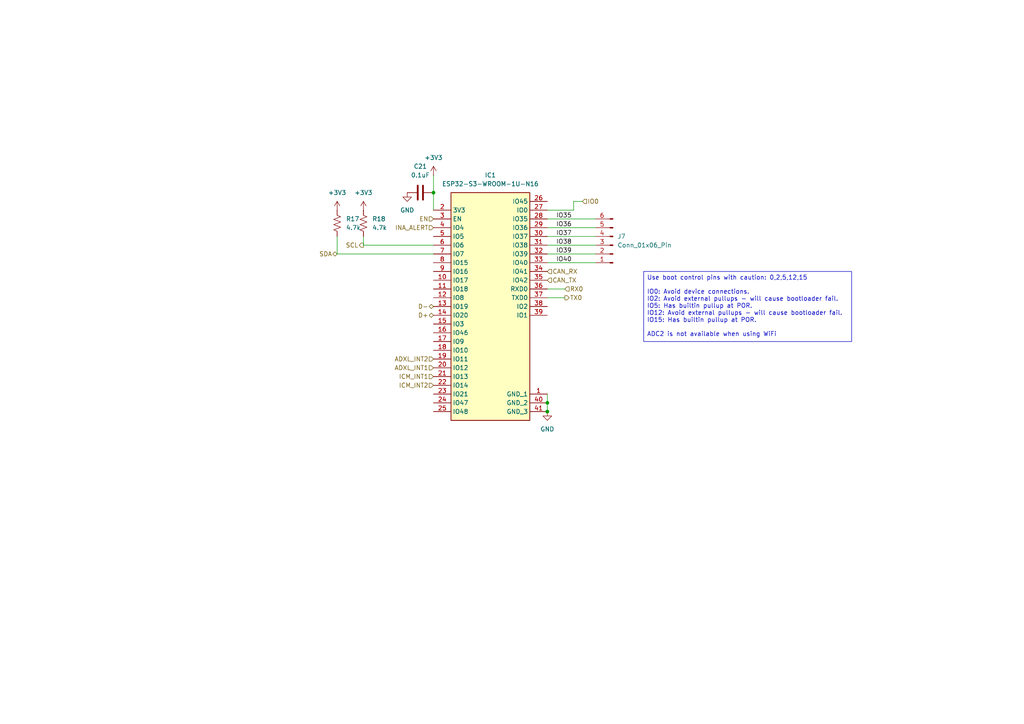
<source format=kicad_sch>
(kicad_sch (version 20231120) (generator "eeschema") (generator_version "8.0")
  (paper "A4")
  (lib_symbols
    (symbol "Connector:Conn_01x06_Pin" (pin_names (offset 1.016) hide)
      (property "Reference" "J" (at 0 7.62 0))
      (property "Value" "Conn_01x06_Pin" (at 0 -10.16 0))
      (symbol "Conn_01x06_Pin_1_1"
        (polyline (pts (xy 1.27 -7.62) (xy 0.8636 -7.62)) (stroke (width 0.1524)))
        (polyline (pts (xy 1.27 -5.08) (xy 0.8636 -5.08)) (stroke (width 0.1524)))
        (polyline (pts (xy 1.27 -2.54) (xy 0.8636 -2.54)) (stroke (width 0.1524)))
        (polyline (pts (xy 1.27 0) (xy 0.8636 0)) (stroke (width 0.1524)))
        (polyline (pts (xy 1.27 2.54) (xy 0.8636 2.54)) (stroke (width 0.1524)))
        (polyline (pts (xy 1.27 5.08) (xy 0.8636 5.08)) (stroke (width 0.1524)))
        (rectangle (start 0.8636 -7.493) (end 0 -7.747) (stroke (width 0.1524)) (fill (type outline)))
        (rectangle (start 0.8636 -4.953) (end 0 -5.207) (stroke (width 0.1524)) (fill (type outline)))
        (rectangle (start 0.8636 -2.413) (end 0 -2.667) (stroke (width 0.1524)) (fill (type outline)))
        (rectangle (start 0.8636 0.127) (end 0 -0.127) (stroke (width 0.1524)) (fill (type outline)))
        (rectangle (start 0.8636 2.667) (end 0 2.413) (stroke (width 0.1524)) (fill (type outline)))
        (rectangle (start 0.8636 5.207) (end 0 4.953) (stroke (width 0.1524)) (fill (type outline)))
        (pin passive line (at 5.08 5.08 180) (length 3.81) (name "Pin_1") (number "1"))
        (pin passive line (at 5.08 2.54 180) (length 3.81) (name "Pin_2") (number "2"))
        (pin passive line (at 5.08 0 180) (length 3.81) (name "Pin_3") (number "3"))
        (pin passive line (at 5.08 -2.54 180) (length 3.81) (name "Pin_4") (number "4"))
        (pin passive line (at 5.08 -5.08 180) (length 3.81) (name "Pin_5") (number "5"))
        (pin passive line (at 5.08 -7.62 180) (length 3.81) (name "Pin_6") (number "6"))
      )
    )
    (symbol "Device:C" (pin_numbers hide) (pin_names (offset 0.254))
      (property "Reference" "C" (at 0.635 2.54 0))
      (property "Value" "C" (at 0.635 -2.54 0))
      (symbol "C_0_1"
        (polyline (pts (xy -2.032 -0.762) (xy 2.032 -0.762)) (stroke (width 0.508)))
        (polyline (pts (xy -2.032 0.762) (xy 2.032 0.762)) (stroke (width 0.508)))
      )
      (symbol "C_1_1"
        (pin passive line (at 0 3.81 270) (length 2.794) (name "~") (number "1"))
        (pin passive line (at 0 -3.81 90) (length 2.794) (name "~") (number "2"))
      )
    )
    (symbol "Device:R_US" (pin_numbers hide) (pin_names (offset 0))
      (property "Reference" "R" (at 2.54 0 90))
      (property "Value" "R_US" (at -2.54 0 90))
      (symbol "R_US_0_1"
        (polyline (pts (xy 0 -2.286) (xy 0 -2.54)))
        (polyline (pts (xy 0 2.286) (xy 0 2.54)))
        (polyline (pts (xy 0 -0.762) (xy 1.016 -1.143) (xy 0 -1.524) (xy -1.016 -1.905) (xy 0 -2.286)))
        (polyline (pts (xy 0 0.762) (xy 1.016 0.381) (xy 0 0) (xy -1.016 -0.381) (xy 0 -0.762)))
        (polyline (pts (xy 0 2.286) (xy 1.016 1.905) (xy 0 1.524) (xy -1.016 1.143) (xy 0 0.762)))
      )
      (symbol "R_US_1_1"
        (pin passive line (at 0 3.81 270) (length 1.27) (name "~") (number "1"))
        (pin passive line (at 0 -3.81 90) (length 1.27) (name "~") (number "2"))
      )
    )
    (symbol "RF_Module:ESP32-S3-WROOM-1U-N16"
      (property "Reference" "IC" (at 29.21 7.62 0))
      (property "Value" "ESP32-S3-WROOM-1U-N16" (at 29.21 5.08 0))
      (symbol "ESP32-S3-WROOM-1U-N16_1_1"
        (rectangle (start 5.08 2.54) (end 27.94 -63.5) (stroke (width 0.254)) (fill (type background)))
        (pin passive line (at 33.02 -55.88 180) (length 5.08) (name "GND_1") (number "1"))
        (pin passive line (at 0 -22.86 0) (length 5.08) (name "IO17") (number "10"))
        (pin passive line (at 0 -25.4 0) (length 5.08) (name "IO18") (number "11"))
        (pin passive line (at 0 -27.94 0) (length 5.08) (name "IO8") (number "12"))
        (pin passive line (at 0 -30.48 0) (length 5.08) (name "IO19") (number "13"))
        (pin passive line (at 0 -33.02 0) (length 5.08) (name "IO20") (number "14"))
        (pin passive line (at 0 -35.56 0) (length 5.08) (name "IO3") (number "15"))
        (pin passive line (at 0 -38.1 0) (length 5.08) (name "IO46") (number "16"))
        (pin passive line (at 0 -40.64 0) (length 5.08) (name "IO9") (number "17"))
        (pin passive line (at 0 -43.18 0) (length 5.08) (name "IO10") (number "18"))
        (pin passive line (at 0 -45.72 0) (length 5.08) (name "IO11") (number "19"))
        (pin passive line (at 0 -2.54 0) (length 5.08) (name "3V3") (number "2"))
        (pin passive line (at 0 -48.26 0) (length 5.08) (name "IO12") (number "20"))
        (pin passive line (at 0 -50.8 0) (length 5.08) (name "IO13") (number "21"))
        (pin passive line (at 0 -53.34 0) (length 5.08) (name "IO14") (number "22"))
        (pin passive line (at 0 -55.88 0) (length 5.08) (name "IO21") (number "23"))
        (pin passive line (at 0 -58.42 0) (length 5.08) (name "IO47") (number "24"))
        (pin passive line (at 0 -60.96 0) (length 5.08) (name "IO48") (number "25"))
        (pin passive line (at 33.02 0 180) (length 5.08) (name "IO45") (number "26"))
        (pin passive line (at 33.02 -2.54 180) (length 5.08) (name "IO0") (number "27"))
        (pin passive line (at 33.02 -5.08 180) (length 5.08) (name "IO35") (number "28"))
        (pin passive line (at 33.02 -7.62 180) (length 5.08) (name "IO36") (number "29"))
        (pin passive line (at 0 -5.08 0) (length 5.08) (name "EN") (number "3"))
        (pin passive line (at 33.02 -10.16 180) (length 5.08) (name "IO37") (number "30"))
        (pin passive line (at 33.02 -12.7 180) (length 5.08) (name "IO38") (number "31"))
        (pin passive line (at 33.02 -15.24 180) (length 5.08) (name "IO39") (number "32"))
        (pin passive line (at 33.02 -17.78 180) (length 5.08) (name "IO40") (number "33"))
        (pin passive line (at 33.02 -20.32 180) (length 5.08) (name "IO41") (number "34"))
        (pin passive line (at 33.02 -22.86 180) (length 5.08) (name "IO42") (number "35"))
        (pin passive line (at 33.02 -25.4 180) (length 5.08) (name "RXD0") (number "36"))
        (pin passive line (at 33.02 -27.94 180) (length 5.08) (name "TXD0") (number "37"))
        (pin passive line (at 33.02 -30.48 180) (length 5.08) (name "IO2") (number "38"))
        (pin passive line (at 33.02 -33.02 180) (length 5.08) (name "IO1") (number "39"))
        (pin passive line (at 0 -7.62 0) (length 5.08) (name "IO4") (number "4"))
        (pin passive line (at 33.02 -58.42 180) (length 5.08) (name "GND_2") (number "40"))
        (pin passive line (at 33.02 -60.96 180) (length 5.08) (name "GND_3") (number "41"))
        (pin passive line (at 0 -10.16 0) (length 5.08) (name "IO5") (number "5"))
        (pin passive line (at 0 -12.7 0) (length 5.08) (name "IO6") (number "6"))
        (pin passive line (at 0 -15.24 0) (length 5.08) (name "IO7") (number "7"))
        (pin passive line (at 0 -17.78 0) (length 5.08) (name "IO15") (number "8"))
        (pin passive line (at 0 -20.32 0) (length 5.08) (name "IO16") (number "9"))
      )
    )
    (symbol "power:+3V3" (power) (pin_numbers hide) (pin_names (offset 0) hide)
      (property "Value" "+3V3" (at 0 3.556 0))
      (symbol "+3V3_0_1"
        (polyline (pts (xy -0.762 1.27) (xy 0 2.54)))
        (polyline (pts (xy 0 0) (xy 0 2.54)))
        (polyline (pts (xy 0 2.54) (xy 0.762 1.27)))
      )
      (symbol "+3V3_1_1"
        (pin power_in line (at 0 0 90) (length 0) (name "~") (number "1"))
      )
    )
    (symbol "power:GND" (power) (pin_numbers hide) (pin_names (offset 0) hide)
      (property "Value" "GND" (at 0 -3.81 0))
      (symbol "GND_0_1"
        (polyline (pts (xy 0 0) (xy 0 -1.27) (xy 1.27 -1.27) (xy 0 -2.54) (xy -1.27 -1.27) (xy 0 -1.27)))
      )
      (symbol "GND_1_1"
        (pin power_in line (at 0 0 270) (length 0) (name "~") (number "1"))
      )
    )
  )
  (junction (at 158.75 116.84))
  (junction (at 158.75 119.38))
  (junction (at 125.73 55.88))
  (wire (pts (xy 158.75 71.12) (xy 172.72 71.12)))
  (wire (pts (xy 166.37 60.96) (xy 158.75 60.96)))
  (wire (pts (xy 158.75 83.82) (xy 163.83 83.82)))
  (wire (pts (xy 97.79 73.66) (xy 125.73 73.66)))
  (wire (pts (xy 158.75 63.5) (xy 172.72 63.5)))
  (wire (pts (xy 158.75 116.84) (xy 158.75 119.38)))
  (wire (pts (xy 158.75 73.66) (xy 172.72 73.66)))
  (wire (pts (xy 168.91 58.42) (xy 166.37 58.42)))
  (wire (pts (xy 158.75 76.2) (xy 172.72 76.2)))
  (wire (pts (xy 105.41 68.58) (xy 105.41 71.12)))
  (wire (pts (xy 97.79 68.58) (xy 97.79 73.66)))
  (wire (pts (xy 125.73 55.88) (xy 125.73 60.96)))
  (wire (pts (xy 158.75 86.36) (xy 163.83 86.36)))
  (wire (pts (xy 158.75 114.3) (xy 158.75 116.84)))
  (wire (pts (xy 158.75 66.04) (xy 172.72 66.04)))
  (wire (pts (xy 158.75 68.58) (xy 172.72 68.58)))
  (wire (pts (xy 105.41 71.12) (xy 125.73 71.12)))
  (wire (pts (xy 125.73 50.8) (xy 125.73 55.88)))
  (wire (pts (xy 166.37 58.42) (xy 166.37 60.96)))
  (text_box "Use boot control pins with caution: 0,2,5,12,15\n\nIO0: Avoid device connections.\nIO2: Avoid external pullups - will cause bootloader fail.\nIO5: Has builtin pullup at POR.\nIO12: Avoid external pullups - will cause bootloader fail.\nIO15: Has builtin pullup at POR.\n\nADC2 is not available when using WiFi" (at 186.69 78.74 0) (size 60.325 20.32) (effects (font (size 1.27 1.27)) (justify left top)))
  (label "IO35" (at 161.29 63.5 0))
  (label "IO36" (at 161.29 66.04 0))
  (label "IO40" (at 161.29 76.2 0))
  (label "IO37" (at 161.29 68.58 0))
  (label "IO38" (at 161.29 71.12 0))
  (label "IO39" (at 161.29 73.66 0))
  (hierarchical_label "EN" (shape input) (at 125.73 63.5 180))
  (hierarchical_label "CAN_RX" (shape input) (at 158.75 78.74 0))
  (hierarchical_label "ADXL_INT2" (shape input) (at 125.73 104.14 180))
  (hierarchical_label "D+" (shape bidirectional) (at 125.73 91.44 180))
  (hierarchical_label "TX0" (shape output) (at 163.83 86.36 0))
  (hierarchical_label "ICM_INT1" (shape input) (at 125.73 109.22 180))
  (hierarchical_label "SCL" (shape output) (at 105.41 71.12 180))
  (hierarchical_label "ICM_INT2" (shape input) (at 125.73 111.76 180))
  (hierarchical_label "ADXL_INT1" (shape input) (at 125.73 106.68 180))
  (hierarchical_label "IO0" (shape input) (at 168.91 58.42 0))
  (hierarchical_label "D-" (shape bidirectional) (at 125.73 88.9 180))
  (hierarchical_label "RX0" (shape input) (at 163.83 83.82 0))
  (hierarchical_label "INA_ALERT" (shape input) (at 125.73 66.04 180))
  (hierarchical_label "SDA" (shape bidirectional) (at 97.79 73.66 180))
  (hierarchical_label "CAN_TX" (shape input) (at 158.75 81.28 0))
  (symbol (lib_id "Device:R_US") (at 97.79 64.77 0) (unit 1)
    (property "Reference" "R17" (at 100.33 63.4999 0) (effects (justify left)))
    (property "Value" "4.7k" (at 100.33 66.0399 0) (effects (justify left)))
    (property "Footprint" "Resistor_SMD:R_0603_1608Metric" (effects (hide yes)))
    (property "Description" "Resistor, US symbol" (effects (hide yes)))
  )
  (symbol (lib_id "RF_Module:ESP32-S3-WROOM-1U-N16") (at 125.73 58.42 0) (unit 1)
    (property "Reference" "IC1" (at 142.24 50.8 0))
    (property "Value" "ESP32-S3-WROOM-1U-N16" (at 142.24 53.34 0))
    (property "Footprint" "RF_Module:ESP32-S3-WROOM-1U" (effects (hide yes)))
    (property "Datasheet" "https://www.espressif.com/sites/default/files/documentation/esp32-s3-wroom-1_wroom-1u_datasheet_en.pdf" (effects (hide yes)))
    (property "Description" "Multiprotocol Modules SMD Module, ESP32-S3, 16 MB SPI Flash, IPEX Antenna Connector" (effects (hide yes)))
    (property "Height" "3.35" (effects (hide yes)))
    (property "Mouser Part Number" "356-ESP32S3WROM1UN16" (effects (hide yes)))
    (property "Mouser Price/Stock" "https://www.mouser.co.uk/ProductDetail/Espressif-Systems/ESP32-S3-WROOM-1U-N16?qs=Li%252BoUPsLEntAI1ynUyotnA%3D%3D" (effects (hide yes)))
    (property "Manufacturer_Name" "Espressif Systems" (effects (hide yes)))
    (property "Manufacturer_Part_Number" "ESP32-S3-WROOM-1U-N16" (effects (hide yes)))
  )
  (symbol (lib_id "Connector:Conn_01x06_Pin") (at 177.8 71.12 180) (unit 1)
    (property "Reference" "J7" (at 179.07 68.5799 0) (effects (justify right)))
    (property "Value" "Conn_01x06_Pin" (at 179.07 71.1199 0) (effects (justify right)))
    (property "Footprint" "Connector_PinSocket_2.54mm:PinSocket_1x06_P2.54mm_Vertical" (effects (hide yes)))
    (property "Description" "Generic connector, single row, 01x06, script generated" (effects (hide yes)))
  )
  (symbol (lib_id "power:+3V3") (at 125.73 50.8 0) (unit 1)
    (property "Reference" "#PWR017" (effects (hide yes)))
    (property "Value" "+3V3" (at 125.73 45.72 0))
    (property "Description" "Power symbol creates a global label with name \"+3V3\"" (effects (hide yes)))
  )
  (symbol (lib_id "Device:C") (at 121.92 55.88 270) (unit 1)
    (property "Reference" "C21" (at 121.92 48.26 90))
    (property "Value" "0.1uF" (at 121.92 50.8 90))
    (property "Footprint" "Capacitor_SMD:C_0603_1608Metric" (effects (hide yes)))
    (property "Description" "Unpolarized capacitor" (effects (hide yes)))
  )
  (symbol (lib_id "power:GND") (at 158.75 119.38 0) (unit 1)
    (property "Reference" "#PWR018" (effects (hide yes)))
    (property "Value" "GND" (at 158.75 124.46 0))
    (property "Description" "Power symbol creates a global label with name \"GND\" , ground" (effects (hide yes)))
  )
  (symbol (lib_id "power:GND") (at 118.11 55.88 0) (unit 1)
    (property "Reference" "#PWR014" (effects (hide yes)))
    (property "Value" "GND" (at 118.11 60.96 0))
    (property "Description" "Power symbol creates a global label with name \"GND\" , ground" (effects (hide yes)))
  )
  (symbol (lib_id "Device:R_US") (at 105.41 64.77 0) (unit 1)
    (property "Reference" "R18" (at 107.95 63.4999 0) (effects (justify left)))
    (property "Value" "4.7k" (at 107.95 66.0399 0) (effects (justify left)))
    (property "Footprint" "Resistor_SMD:R_0603_1608Metric" (effects (hide yes)))
    (property "Description" "Resistor, US symbol" (effects (hide yes)))
  )
  (symbol (lib_id "power:+3V3") (at 97.79 60.96 0) (unit 1)
    (property "Reference" "#PWR09" (effects (hide yes)))
    (property "Value" "+3V3" (at 97.79 55.88 0))
    (property "Description" "Power symbol creates a global label with name \"+3V3\"" (effects (hide yes)))
  )
  (symbol (lib_id "power:+3V3") (at 105.41 60.96 0) (unit 1)
    (property "Reference" "#PWR013" (effects (hide yes)))
    (property "Value" "+3V3" (at 105.41 55.88 0))
    (property "Description" "Power symbol creates a global label with name \"+3V3\"" (effects (hide yes)))
  )
)
</source>
